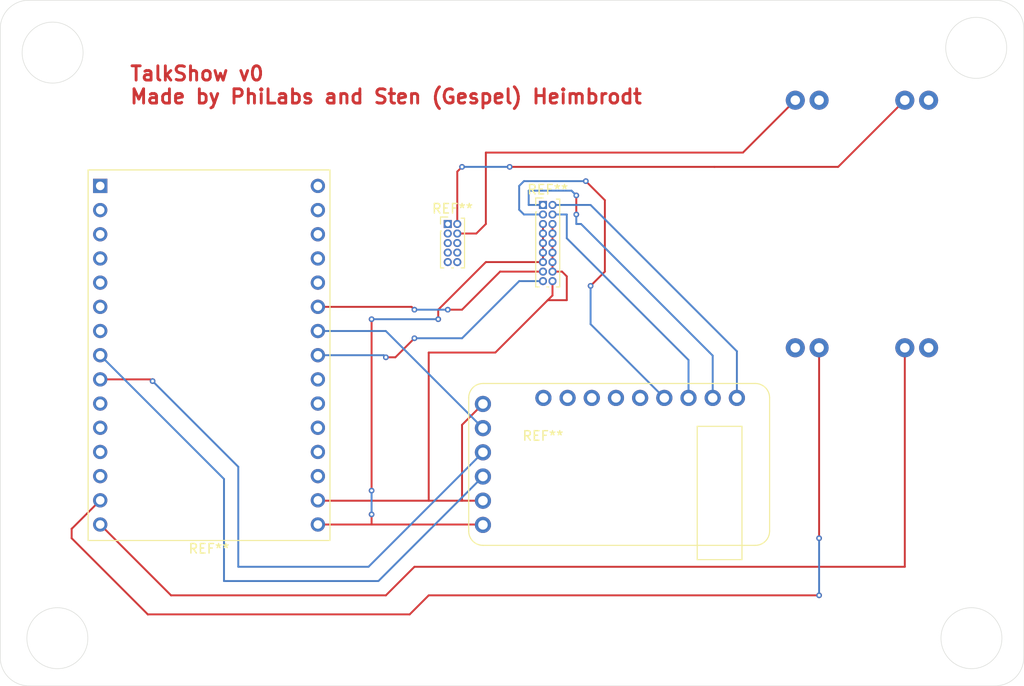
<source format=kicad_pcb>
(kicad_pcb (version 20241229) (generator "pcbnew") (generator_version "9.0")
  (layers (0 "F.Cu" signal) (2 "B.Cu" signal) (13 "F.Paste" user) (15 "B.Paste" user) (5 "F.SilkS" user "F.Silkscreen") (7 "B.SilkS" user "B.Silkscreen") (1 "F.Mask" user) (3 "B.Mask" user) (25 "Edge.Cuts" user))
  (net 0 "")
  (footprint "Connector_PinHeader_1.00mm:PinHeader_2x05_P1.00mm_Vertical" (layer "F.Cu") (at 131 74)
    (property "Reference" "REF**" (at 0.5 -1.61 0) (layer "F.SilkS"))
    (property "Value" "PinHeader_2x05_P1.00mm_Vertical")
    (fp_line (start -0.76 -0.735) (end 0 -0.735) (stroke (width 0.12)) (layer "F.SilkS"))
    (fp_line (start -0.76 0) (end -0.76 -0.735) (stroke (width 0.12)) (layer "F.SilkS"))
    (fp_line (start -0.76 0.735) (end -0.76 4.61) (stroke (width 0.12)) (layer "F.SilkS"))
    (fp_line (start -0.76 0.735) (end -0.685565 0.735) (stroke (width 0.12)) (layer "F.SilkS"))
    (fp_line (start -0.76 4.61) (end -0.41003 4.61) (stroke (width 0.12)) (layer "F.SilkS"))
    (fp_line (start 0.41003 4.61) (end 0.58997 4.61) (stroke (width 0.12)) (layer "F.SilkS"))
    (fp_line (start 1.41003 -0.61) (end 1.76 -0.61) (stroke (width 0.12)) (layer "F.SilkS"))
    (fp_line (start 1.41003 4.61) (end 1.76 4.61) (stroke (width 0.12)) (layer "F.SilkS"))
    (fp_line (start 1.76 -0.61) (end 1.76 4.61) (stroke (width 0.12)) (layer "F.SilkS"))
    (pad "1" thru_hole rect (at 0 0) (size 0.85 0.85) (drill 0.5) (layers "*.Cu" "*.Mask"))
    (pad "2" thru_hole circle (at 1 0) (size 0.85 0.85) (drill 0.5) (layers "*.Cu" "*.Mask"))
    (pad "3" thru_hole circle (at 0 1) (size 0.85 0.85) (drill 0.5) (layers "*.Cu" "*.Mask"))
    (pad "4" thru_hole circle (at 1 1) (size 0.85 0.85) (drill 0.5) (layers "*.Cu" "*.Mask"))
    (pad "5" thru_hole circle (at 0 2) (size 0.85 0.85) (drill 0.5) (layers "*.Cu" "*.Mask"))
    (pad "6" thru_hole circle (at 1 2) (size 0.85 0.85) (drill 0.5) (layers "*.Cu" "*.Mask"))
    (pad "7" thru_hole circle (at 0 3) (size 0.85 0.85) (drill 0.5) (layers "*.Cu" "*.Mask"))
    (pad "8" thru_hole circle (at 1 3) (size 0.85 0.85) (drill 0.5) (layers "*.Cu" "*.Mask"))
    (pad "9" thru_hole circle (at 0 4) (size 0.85 0.85) (drill 0.5) (layers "*.Cu" "*.Mask"))
    (pad "10" thru_hole circle (at 1 4) (size 0.85 0.85) (drill 0.5) (layers "*.Cu" "*.Mask"))
  )
  (footprint "Connector_PinHeader_1.00mm:PinHeader_2x09_P1.00mm_Vertical" (layer "F.Cu") (at 141 72)
    (property "Reference" "REF**" (at 0.5 -1.61 0) (layer "F.SilkS"))
    (property "Value" "PinHeader_2x09_P1.00mm_Vertical")
    (fp_line (start -0.76 -0.735) (end 0 -0.735) (stroke (width 0.12)) (layer "F.SilkS"))
    (fp_line (start -0.76 0) (end -0.76 -0.735) (stroke (width 0.12)) (layer "F.SilkS"))
    (fp_line (start -0.76 0.735) (end -0.76 8.61) (stroke (width 0.12)) (layer "F.SilkS"))
    (fp_line (start -0.76 0.735) (end -0.685565 0.735) (stroke (width 0.12)) (layer "F.SilkS"))
    (fp_line (start -0.76 8.61) (end -0.41003 8.61) (stroke (width 0.12)) (layer "F.SilkS"))
    (fp_line (start 0.41003 8.61) (end 0.58997 8.61) (stroke (width 0.12)) (layer "F.SilkS"))
    (fp_line (start 1.41003 -0.61) (end 1.76 -0.61) (stroke (width 0.12)) (layer "F.SilkS"))
    (fp_line (start 1.41003 8.61) (end 1.76 8.61) (stroke (width 0.12)) (layer "F.SilkS"))
    (fp_line (start 1.76 -0.61) (end 1.76 8.61) (stroke (width 0.12)) (layer "F.SilkS"))
    (pad "1" thru_hole rect (at 0 0) (size 0.85 0.85) (drill 0.5) (layers "*.Cu" "*.Mask"))
    (pad "2" thru_hole circle (at 1 0) (size 0.85 0.85) (drill 0.5) (layers "*.Cu" "*.Mask"))
    (pad "3" thru_hole circle (at 0 1) (size 0.85 0.85) (drill 0.5) (layers "*.Cu" "*.Mask"))
    (pad "4" thru_hole circle (at 1 1) (size 0.85 0.85) (drill 0.5) (layers "*.Cu" "*.Mask"))
    (pad "5" thru_hole circle (at 0 2) (size 0.85 0.85) (drill 0.5) (layers "*.Cu" "*.Mask"))
    (pad "6" thru_hole circle (at 1 2) (size 0.85 0.85) (drill 0.5) (layers "*.Cu" "*.Mask"))
    (pad "7" thru_hole circle (at 0 3) (size 0.85 0.85) (drill 0.5) (layers "*.Cu" "*.Mask"))
    (pad "8" thru_hole circle (at 1 3) (size 0.85 0.85) (drill 0.5) (layers "*.Cu" "*.Mask"))
    (pad "9" thru_hole circle (at 0 4) (size 0.85 0.85) (drill 0.5) (layers "*.Cu" "*.Mask"))
    (pad "10" thru_hole circle (at 1 4) (size 0.85 0.85) (drill 0.5) (layers "*.Cu" "*.Mask"))
    (pad "11" thru_hole circle (at 0 5) (size 0.85 0.85) (drill 0.5) (layers "*.Cu" "*.Mask"))
    (pad "12" thru_hole circle (at 1 5) (size 0.85 0.85) (drill 0.5) (layers "*.Cu" "*.Mask"))
    (pad "13" thru_hole circle (at 0 6) (size 0.85 0.85) (drill 0.5) (layers "*.Cu" "*.Mask"))
    (pad "14" thru_hole circle (at 1 6) (size 0.85 0.85) (drill 0.5) (layers "*.Cu" "*.Mask"))
    (pad "15" thru_hole circle (at 0 7) (size 0.85 0.85) (drill 0.5) (layers "*.Cu" "*.Mask"))
    (pad "16" thru_hole circle (at 1 7) (size 0.85 0.85) (drill 0.5) (layers "*.Cu" "*.Mask"))
    (pad "17" thru_hole circle (at 0 8) (size 0.85 0.85) (drill 0.5) (layers "*.Cu" "*.Mask"))
    (pad "18" thru_hole circle (at 1 8) (size 0.85 0.85) (drill 0.5) (layers "*.Cu" "*.Mask"))
  )
  (footprint "RF_Module:ESP32-C3-DevKitM-1" (layer "F.Cu") (at 94.5 70)
    (property "Reference" "REF**" (at 11.43 38.1 0) (layer "F.SilkS"))
    (property "Value" "ESP32-C3-DevKitM-1")
    (fp_line (start -1.27 -1.68) (end 24.13 -1.68) (stroke (width 0.12)) (layer "F.SilkS"))
    (fp_line (start -1.27 37.24) (end -1.27 -1.68) (stroke (width 0.12)) (layer "F.SilkS"))
    (fp_line (start 24.13 -1.68) (end 24.13 37.24) (stroke (width 0.12)) (layer "F.SilkS"))
    (fp_line (start 24.13 37.24) (end -1.27 37.24) (stroke (width 0.12)) (layer "F.SilkS"))
    (pad "1" thru_hole rect (at 0 0) (size 1.5 1.5) (drill 0.9) (layers "*.Cu" "*.Mask"))
    (pad "2" thru_hole circle (at 0 2.54) (size 1.5 1.5) (drill 0.9) (layers "*.Cu" "*.Mask"))
    (pad "3" thru_hole circle (at 0 5.08) (size 1.5 1.5) (drill 0.9) (layers "*.Cu" "*.Mask"))
    (pad "4" thru_hole circle (at 0 7.62) (size 1.5 1.5) (drill 0.9) (layers "*.Cu" "*.Mask"))
    (pad "5" thru_hole circle (at 0 10.16) (size 1.5 1.5) (drill 0.9) (layers "*.Cu" "*.Mask"))
    (pad "6" thru_hole circle (at 0 12.7) (size 1.5 1.5) (drill 0.9) (layers "*.Cu" "*.Mask"))
    (pad "7" thru_hole circle (at 0 15.24) (size 1.5 1.5) (drill 0.9) (layers "*.Cu" "*.Mask"))
    (pad "8" thru_hole circle (at 0 17.78) (size 1.5 1.5) (drill 0.9) (layers "*.Cu" "*.Mask"))
    (pad "9" thru_hole circle (at 0 20.32) (size 1.5 1.5) (drill 0.9) (layers "*.Cu" "*.Mask"))
    (pad "10" thru_hole circle (at 0 22.86) (size 1.5 1.5) (drill 0.9) (layers "*.Cu" "*.Mask"))
    (pad "11" thru_hole circle (at 0 25.4) (size 1.5 1.5) (drill 0.9) (layers "*.Cu" "*.Mask"))
    (pad "12" thru_hole circle (at 0 27.94) (size 1.5 1.5) (drill 0.9) (layers "*.Cu" "*.Mask"))
    (pad "13" thru_hole circle (at 0 30.48) (size 1.5 1.5) (drill 0.9) (layers "*.Cu" "*.Mask"))
    (pad "14" thru_hole circle (at 0 33.02) (size 1.5 1.5) (drill 0.9) (layers "*.Cu" "*.Mask"))
    (pad "15" thru_hole circle (at 0 35.56) (size 1.5 1.5) (drill 0.9) (layers "*.Cu" "*.Mask"))
    (pad "16" thru_hole circle (at 22.86 35.56) (size 1.5 1.5) (drill 0.9) (layers "*.Cu" "*.Mask"))
    (pad "17" thru_hole circle (at 22.86 33.02) (size 1.5 1.5) (drill 0.9) (layers "*.Cu" "*.Mask"))
    (pad "18" thru_hole circle (at 22.86 30.48) (size 1.5 1.5) (drill 0.9) (layers "*.Cu" "*.Mask"))
    (pad "19" thru_hole circle (at 22.86 27.94) (size 1.5 1.5) (drill 0.9) (layers "*.Cu" "*.Mask"))
    (pad "20" thru_hole circle (at 22.86 25.4) (size 1.5 1.5) (drill 0.9) (layers "*.Cu" "*.Mask"))
    (pad "21" thru_hole circle (at 22.86 22.86) (size 1.5 1.5) (drill 0.9) (layers "*.Cu" "*.Mask"))
    (pad "22" thru_hole circle (at 22.86 20.32) (size 1.5 1.5) (drill 0.9) (layers "*.Cu" "*.Mask"))
    (pad "23" thru_hole circle (at 22.86 17.78) (size 1.5 1.5) (drill 0.9) (layers "*.Cu" "*.Mask"))
    (pad "24" thru_hole circle (at 22.86 15.24) (size 1.5 1.5) (drill 0.9) (layers "*.Cu" "*.Mask"))
    (pad "25" thru_hole circle (at 22.86 12.7) (size 1.5 1.5) (drill 0.9) (layers "*.Cu" "*.Mask"))
    (pad "26" thru_hole circle (at 22.86 10.16) (size 1.5 1.5) (drill 0.9) (layers "*.Cu" "*.Mask"))
    (pad "27" thru_hole circle (at 22.86 7.62) (size 1.5 1.5) (drill 0.9) (layers "*.Cu" "*.Mask"))
    (pad "28" thru_hole circle (at 22.86 5.08) (size 1.5 1.5) (drill 0.9) (layers "*.Cu" "*.Mask"))
    (pad "29" thru_hole circle (at 22.86 2.54) (size 1.5 1.5) (drill 0.9) (layers "*.Cu" "*.Mask"))
    (pad "30" thru_hole circle (at 22.86 0) (size 1.5 1.5) (drill 0.9) (layers "*.Cu" "*.Mask"))
  )
  (footprint "zynthian-miniature-main:GY-PCM5102" (layer "F.Cu") (at 149 99.25)
    (property "Reference" "REF**" (at -8 -3 0) (layer "F.SilkS"))
    (property "Value" "GY-PCM5102")
    (fp_line (start -15.8 -7) (end -15.8 7) (stroke (width 0.12)) (layer "F.SilkS"))
    (fp_line (start -14.3 8.5) (end 14.3 8.5) (stroke (width 0.12)) (layer "F.SilkS"))
    (fp_line (start 8.2 -4) (end 12.9 -4) (stroke (width 0.12)) (layer "F.SilkS"))
    (fp_line (start 8.2 10) (end 8.2 -4) (stroke (width 0.12)) (layer "F.SilkS"))
    (fp_line (start 12.9 -4) (end 12.9 10) (stroke (width 0.12)) (layer "F.SilkS"))
    (fp_line (start 12.9 10) (end 8.2 10) (stroke (width 0.12)) (layer "F.SilkS"))
    (fp_line (start 14.3 -8.5) (end -14.3 -8.5) (stroke (width 0.12)) (layer "F.SilkS"))
    (fp_line (start 15.8 7) (end 15.8 -7) (stroke (width 0.12)) (layer "F.SilkS"))
    (fp_arc (start -15.8 -7) (mid -15.36066 -8.06066) (end -14.3 -8.5) (stroke (width 0.12)) (layer "F.SilkS"))
    (fp_arc (start -14.3 8.5) (mid -15.36066 8.06066) (end -15.8 7) (stroke (width 0.12)) (layer "F.SilkS"))
    (fp_arc (start 14.3 -8.5) (mid 15.36066 -8.06066) (end 15.8 -7) (stroke (width 0.12)) (layer "F.SilkS"))
    (fp_arc (start 15.8 7) (mid 15.36066 8.06066) (end 14.3 8.5) (stroke (width 0.12)) (layer "F.SilkS"))
    (pad "1" thru_hole circle (at -14.305 -6.35) (size 1.7 1.7) (drill 1) (layers "*.Cu" "*.Mask"))
    (pad "2" thru_hole circle (at -14.305 -3.81) (size 1.7 1.7) (drill 1) (layers "*.Cu" "*.Mask"))
    (pad "3" thru_hole circle (at -14.305 -1.27) (size 1.7 1.7) (drill 1) (layers "*.Cu" "*.Mask"))
    (pad "4" thru_hole circle (at -14.305 1.27) (size 1.7 1.7) (drill 1) (layers "*.Cu" "*.Mask"))
    (pad "5" thru_hole circle (at -14.305 3.81) (size 1.7 1.7) (drill 1) (layers "*.Cu" "*.Mask"))
    (pad "6" thru_hole circle (at -14.305 6.35) (size 1.7 1.7) (drill 1) (layers "*.Cu" "*.Mask"))
    (pad "7" thru_hole circle (at 12.365 -6.985) (size 1.7 1.7) (drill 1) (layers "*.Cu" "*.Mask"))
    (pad "8" thru_hole circle (at 9.825 -6.985) (size 1.7 1.7) (drill 1) (layers "*.Cu" "*.Mask"))
    (pad "9" thru_hole circle (at 7.285 -6.985) (size 1.7 1.7) (drill 1) (layers "*.Cu" "*.Mask"))
    (pad "10" thru_hole circle (at 4.745 -6.985) (size 1.7 1.7) (drill 1) (layers "*.Cu" "*.Mask"))
    (pad "11" thru_hole circle (at 2.205 -6.985) (size 1.7 1.7) (drill 1) (layers "*.Cu" "*.Mask"))
    (pad "12" thru_hole circle (at -0.335 -6.985) (size 1.7 1.7) (drill 1) (layers "*.Cu" "*.Mask"))
    (pad "13" thru_hole circle (at -2.875 -6.985) (size 1.7 1.7) (drill 1) (layers "*.Cu" "*.Mask"))
    (pad "14" thru_hole circle (at -5.415 -6.985) (size 1.7 1.7) (drill 1) (layers "*.Cu" "*.Mask"))
    (pad "15" thru_hole circle (at -7.955 -6.985) (size 1.7 1.7) (drill 1) (layers "*.Cu" "*.Mask"))
  )
  (footprint "stenscustom:stepdown" (layer "F.Cu") (at 177 67)
    (property "Reference" "REF**" (hide yes))
    (property "Value" "stepdown" (hide yes))
    (pad "1" thru_hole circle (at -9.5 -6) (size 2 2) (drill 1) (layers "*.Cu" "*.Mask"))
    (pad "1" thru_hole circle (at -9.5 20) (size 2 2) (drill 1) (layers "*.Cu" "*.Mask"))
    (pad "1" thru_hole circle (at -7 -6) (size 2 2) (drill 1) (layers "*.Cu" "*.Mask"))
    (pad "1" thru_hole circle (at -7 20) (size 2 2) (drill 1) (layers "*.Cu" "*.Mask"))
    (pad "1" thru_hole circle (at 2 -6) (size 2 2) (drill 1) (layers "*.Cu" "*.Mask"))
    (pad "1" thru_hole circle (at 2 20) (size 2 2) (drill 1) (layers "*.Cu" "*.Mask"))
    (pad "1" thru_hole circle (at 4.5 -6) (size 2 2) (drill 1) (layers "*.Cu" "*.Mask"))
    (pad "1" thru_hole circle (at 4.5 20) (size 2 2) (drill 1) (layers "*.Cu" "*.Mask"))
  )
  (gr_line (start 188.5 122.5) (end 87 122.5) (stroke (width 0.05)) (layer "Edge.Cuts"))
  (gr_circle (center 90 117.5) (end 92.5 119.5) (stroke (width 0.05)) (fill no) (layer "Edge.Cuts"))
  (gr_circle (center 186 117.5) (end 188.5 119.5) (stroke (width 0.05)) (fill no) (layer "Edge.Cuts"))
  (gr_line (start 87 50.5) (end 188.5 50.5) (stroke (width 0.05)) (layer "Edge.Cuts"))
  (gr_arc (start 191.5 119.5) (mid 190.62132 121.62132) (end 188.5 122.5) (stroke (width 0.05)) (layer "Edge.Cuts"))
  (gr_arc (start 84 53.5) (mid 84.87868 51.37868) (end 87 50.5) (stroke (width 0.05)) (layer "Edge.Cuts"))
  (gr_circle (center 89.5 56) (end 92 58) (stroke (width 0.05)) (fill no) (layer "Edge.Cuts"))
  (gr_circle (center 186.5 55.5) (end 189 57.5) (stroke (width 0.05)) (fill no) (layer "Edge.Cuts"))
  (gr_arc (start 87 122.5) (mid 84.87868 121.62132) (end 84 119.5) (stroke (width 0.05)) (layer "Edge.Cuts"))
  (gr_line (start 84 119.5) (end 84 53.5) (stroke (width 0.05)) (layer "Edge.Cuts"))
  (gr_line (start 191.5 53.5) (end 191.5 119.5) (stroke (width 0.05)) (layer "Edge.Cuts"))
  (gr_arc (start 188.5 50.5) (mid 190.62132 51.37868) (end 191.5 53.5) (stroke (width 0.05)) (layer "Edge.Cuts"))
  (gr_text "TalkShow v0\nMade by PhiLabs and Sten (Gespel) Heimbrodt" (at 97.5 61.5 0) (layer "F.Cu") (effects (font (size 1.5 1.5) (thickness 0.3) (bold yes)) (justify left bottom)))
  (segment (start 91.5 106) (end 91.52 106) (width 0.2) (layer "F.Cu") (net 0))
  (segment (start 125.5 88) (end 127.5 86) (width 0.2) (layer "F.Cu") (net 0))
  (segment (start 129 113) (end 127 115) (width 0.2) (layer "F.Cu") (net 0))
  (segment (start 127 115) (end 99.5 115) (width 0.2) (layer "F.Cu") (net 0))
  (segment (start 134.655 105.56) (end 134.695 105.6) (width 0.2) (layer "F.Cu") (net 0))
  (segment (start 127.2 82.7) (end 127.5 83) (width 0.2) (layer "F.Cu") (net 0))
  (segment (start 131 83) (end 132.5 83) (width 0.2) (layer "F.Cu") (net 0))
  (segment (start 142 79) (end 143 79) (width 0.2) (layer "F.Cu") (net 0))
  (segment (start 142 74) (end 142 79) (width 0.2) (layer "F.Cu") (net 0))
  (segment (start 129 87.5) (end 129 103.06) (width 0.2) (layer "F.Cu") (net 0))
  (segment (start 147.5 71.5) (end 145.5 69.5) (width 0.2) (layer "F.Cu") (net 0))
  (segment (start 123 84) (end 123 102) (width 0.2) (layer "F.Cu") (net 0))
  (segment (start 91.5 107) (end 91.5 106) (width 0.2) (layer "F.Cu") (net 0))
  (segment (start 143 79) (end 143.5 79.5) (width 0.2) (layer "F.Cu") (net 0))
  (segment (start 132.5 95.095) (end 134.695 92.9) (width 0.2) (layer "F.Cu") (net 0))
  (segment (start 99.5 115) (end 99.48 115) (width 0.2) (layer "F.Cu") (net 0))
  (segment (start 123 105.56) (end 134.655 105.56) (width 0.2) (layer "F.Cu") (net 0))
  (segment (start 172 68) (end 159 68) (width 0.2) (layer "F.Cu") (net 0))
  (segment (start 143.5 82) (end 141.5 82) (width 0.2) (layer "F.Cu") (net 0))
  (segment (start 135 66.5) (end 135 74) (width 0.2) (layer "F.Cu") (net 0))
  (segment (start 132.5 103.06) (end 129 103.06) (width 0.2) (layer "F.Cu") (net 0))
  (segment (start 123 104.5) (end 123 105.56) (width 0.2) (layer "F.Cu") (net 0))
  (segment (start 179 61) (end 172 68) (width 0.2) (layer "F.Cu") (net 0))
  (segment (start 146 80.5) (end 147.5 79) (width 0.2) (layer "F.Cu") (net 0))
  (segment (start 91.52 106) (end 94.5 103.02) (width 0.2) (layer "F.Cu") (net 0))
  (segment (start 94.5 90.32) (end 99.82 90.32) (width 0.2) (layer "F.Cu") (net 0))
  (segment (start 124.5 113) (end 101.94 113) (width 0.2) (layer "F.Cu") (net 0))
  (segment (start 162 66.5) (end 135 66.5) (width 0.2) (layer "F.Cu") (net 0))
  (segment (start 129 103.06) (end 117.4 103.06) (width 0.2) (layer "F.Cu") (net 0))
  (segment (start 170 87) (end 170 107) (width 0.2) (layer "F.Cu") (net 0))
  (segment (start 141.5 82) (end 142 81.5) (width 0.2) (layer "F.Cu") (net 0))
  (segment (start 167.5 61) (end 162 66.5) (width 0.2) (layer "F.Cu") (net 0))
  (segment (start 132.5 103.06) (end 132.5 95.095) (width 0.2) (layer "F.Cu") (net 0))
  (segment (start 134.695 103.06) (end 132.5 103.06) (width 0.2) (layer "F.Cu") (net 0))
  (segment (start 117.36 105.56) (end 123 105.56) (width 0.2) (layer "F.Cu") (net 0))
  (segment (start 136 87.5) (end 141.5 82) (width 0.2) (layer "F.Cu") (net 0))
  (segment (start 132.5 68) (end 132 68.5) (width 0.2) (layer "F.Cu") (net 0))
  (segment (start 99.5 115) (end 91.5 107) (width 0.2) (layer "F.Cu") (net 0))
  (segment (start 147.5 79) (end 147.5 71.5) (width 0.2) (layer "F.Cu") (net 0))
  (segment (start 130 83) (end 130 84) (width 0.2) (layer "F.Cu") (net 0))
  (segment (start 99.82 90.32) (end 100 90.5) (width 0.2) (layer "F.Cu") (net 0))
  (segment (start 124.5 88) (end 125.5 88) (width 0.2) (layer "F.Cu") (net 0))
  (segment (start 170 113) (end 129 113) (width 0.2) (layer "F.Cu") (net 0))
  (segment (start 132 68.5) (end 132 74) (width 0.2) (layer "F.Cu") (net 0))
  (segment (start 179 110) (end 127.5 110) (width 0.2) (layer "F.Cu") (net 0))
  (segment (start 134 75) (end 132 75) (width 0.2) (layer "F.Cu") (net 0))
  (segment (start 141 78) (end 135 78) (width 0.2) (layer "F.Cu") (net 0))
  (segment (start 143.5 79.5) (end 143.5 82) (width 0.2) (layer "F.Cu") (net 0))
  (segment (start 127.5 110) (end 124.5 113) (width 0.2) (layer "F.Cu") (net 0))
  (segment (start 159 68) (end 137.5 68) (width 0.2) (layer "F.Cu") (net 0))
  (segment (start 117.36 82.7) (end 127.2 82.7) (width 0.2) (layer "F.Cu") (net 0))
  (segment (start 141 74) (end 141 78) (width 0.2) (layer "F.Cu") (net 0))
  (segment (start 135 74) (end 134 75) (width 0.2) (layer "F.Cu") (net 0))
  (segment (start 144.5 73) (end 144.5 71) (width 0.2) (layer "F.Cu") (net 0))
  (segment (start 132.5 83) (end 136.5 79) (width 0.2) (layer "F.Cu") (net 0))
  (segment (start 142 81.5) (end 142 80) (width 0.2) (layer "F.Cu") (net 0))
  (segment (start 129 87.5) (end 136 87.5) (width 0.2) (layer "F.Cu") (net 0))
  (segment (start 136.5 79) (end 141 79) (width 0.2) (layer "F.Cu") (net 0))
  (segment (start 135 78) (end 130 83) (width 0.2) (layer "F.Cu") (net 0))
  (segment (start 179 87) (end 179 110) (width 0.2) (layer "F.Cu") (net 0))
  (segment (start 117.4 103.06) (end 117.36 103.02) (width 0.2) (layer "F.Cu") (net 0))
  (segment (start 101.94 113) (end 94.5 105.56) (width 0.2) (layer "F.Cu") (net 0))
  (via (at 131 83) (size 0.6) (drill 0.3) (layers "F.Cu" "B.Cu") (net 0))
  (via (at 130 84) (size 0.6) (drill 0.3) (layers "F.Cu" "B.Cu") (net 0))
  (via (at 137.5 68) (size 0.6) (drill 0.3) (layers "F.Cu" "B.Cu") (net 0))
  (via (at 144.5 73) (size 0.6) (drill 0.3) (layers "F.Cu" "B.Cu") (net 0))
  (via (at 145.5 69.5) (size 0.6) (drill 0.3) (layers "F.Cu" "B.Cu") (net 0))
  (via (at 124.5 88) (size 0.6) (drill 0.3) (layers "F.Cu" "B.Cu") (net 0))
  (via (at 170 113) (size 0.6) (drill 0.3) (layers "F.Cu" "B.Cu") (net 0))
  (via (at 123 102) (size 0.6) (drill 0.3) (layers "F.Cu" "B.Cu") (net 0))
  (via (at 132.5 68) (size 0.6) (drill 0.3) (layers "F.Cu" "B.Cu") (net 0))
  (via (at 170 107) (size 0.6) (drill 0.3) (layers "F.Cu" "B.Cu") (net 0))
  (via (at 100 90.5) (size 0.6) (drill 0.3) (layers "F.Cu" "B.Cu") (net 0))
  (via (at 127.5 83) (size 0.6) (drill 0.3) (layers "F.Cu" "B.Cu") (net 0))
  (via (at 123 84) (size 0.6) (drill 0.3) (layers "F.Cu" "B.Cu") (net 0))
  (via (at 123 104.5) (size 0.6) (drill 0.3) (layers "F.Cu" "B.Cu") (net 0))
  (via (at 146 80.5) (size 0.6) (drill 0.3) (layers "F.Cu" "B.Cu") (net 0))
  (via (at 144.5 71) (size 0.6) (drill 0.3) (layers "F.Cu" "B.Cu") (net 0))
  (via (at 127.5 86) (size 0.6) (drill 0.3) (layers "F.Cu" "B.Cu") (net 0))
  (segment (start 117.36 87.78) (end 124.28 87.78) (width 0.2) (layer "B.Cu") (net 0))
  (segment (start 138.5 72.5) (end 139 73) (width 0.2) (layer "B.Cu") (net 0))
  (segment (start 144 70.5) (end 139.5 70.5) (width 0.2) (layer "B.Cu") (net 0))
  (segment (start 144.5 74) (end 144.5 73) (width 0.2) (layer "B.Cu") (net 0))
  (segment (start 170 107) (end 170 113) (width 0.2) (layer "B.Cu") (net 0))
  (segment (start 146 84.52) (end 146 80.5) (width 0.2) (layer "B.Cu") (net 0))
  (segment (start 139.5 72) (end 141 72) (width 0.2) (layer "B.Cu") (net 0))
  (segment (start 153.745 92.265) (end 146 84.52) (width 0.2) (layer "B.Cu") (net 0))
  (segment (start 143.5 73) (end 142 73) (width 0.2) (layer "B.Cu") (net 0))
  (segment (start 145 74) (end 144.5 74) (width 0.2) (layer "B.Cu") (net 0))
  (segment (start 109 99.5) (end 100 90.5) (width 0.2) (layer "B.Cu") (net 0))
  (segment (start 158.825 92.265) (end 158.825 87.825) (width 0.2) (layer "B.Cu") (net 0))
  (segment (start 156.285 88.285) (end 143.5 75.5) (width 0.2) (layer "B.Cu") (net 0))
  (segment (start 122.675 110) (end 109 110) (width 0.2) (layer "B.Cu") (net 0))
  (segment (start 107.5 100.78) (end 94.5 87.78) (width 0.2) (layer "B.Cu") (net 0))
  (segment (start 138.5 70) (end 138.5 72.5) (width 0.2) (layer "B.Cu") (net 0))
  (segment (start 138.5 80) (end 141 80) (width 0.2) (layer "B.Cu") (net 0))
  (segment (start 156.285 92.265) (end 156.285 88.285) (width 0.2) (layer "B.Cu") (net 0))
  (segment (start 139 73) (end 141 73) (width 0.2) (layer "B.Cu") (net 0))
  (segment (start 123 102) (end 123 104.5) (width 0.2) (layer "B.Cu") (net 0))
  (segment (start 134.695 97.98) (end 122.675 110) (width 0.2) (layer "B.Cu") (net 0))
  (segment (start 127.5 86) (end 132.5 86) (width 0.2) (layer "B.Cu") (net 0))
  (segment (start 145.5 69.5) (end 139 69.5) (width 0.2) (layer "B.Cu") (net 0))
  (segment (start 127.5 83) (end 131 83) (width 0.2) (layer "B.Cu") (net 0))
  (segment (start 143.5 75.5) (end 143.5 73) (width 0.2) (layer "B.Cu") (net 0))
  (segment (start 137.5 68) (end 132.5 68) (width 0.2) (layer "B.Cu") (net 0))
  (segment (start 139.5 70.5) (end 139.5 72) (width 0.2) (layer "B.Cu") (net 0))
  (segment (start 117.36 85.24) (end 124.495 85.24) (width 0.2) (layer "B.Cu") (net 0))
  (segment (start 134.695 100.52) (end 123.715 111.5) (width 0.2) (layer "B.Cu") (net 0))
  (segment (start 124.495 85.24) (end 134.695 95.44) (width 0.2) (layer "B.Cu") (net 0))
  (segment (start 161.365 92.265) (end 161.365 87.365) (width 0.2) (layer "B.Cu") (net 0))
  (segment (start 132.5 86) (end 138.5 80) (width 0.2) (layer "B.Cu") (net 0))
  (segment (start 130 84) (end 123 84) (width 0.2) (layer "B.Cu") (net 0))
  (segment (start 146 72) (end 142 72) (width 0.2) (layer "B.Cu") (net 0))
  (segment (start 107.5 111.5) (end 107.5 100.78) (width 0.2) (layer "B.Cu") (net 0))
  (segment (start 144.5 71) (end 144 70.5) (width 0.2) (layer "B.Cu") (net 0))
  (segment (start 123.715 111.5) (end 107.5 111.5) (width 0.2) (layer "B.Cu") (net 0))
  (segment (start 109 110) (end 109 99.5) (width 0.2) (layer "B.Cu") (net 0))
  (segment (start 124.28 87.78) (end 124.5 88) (width 0.2) (layer "B.Cu") (net 0))
  (segment (start 139 69.5) (end 138.5 70) (width 0.2) (layer "B.Cu") (net 0))
  (segment (start 158.825 87.825) (end 158.5 87.5) (width 0.2) (layer "B.Cu") (net 0))
  (segment (start 158.5 87.5) (end 145 74) (width 0.2) (layer "B.Cu") (net 0))
  (segment (start 161.365 87.365) (end 146 72) (width 0.2) (layer "B.Cu") (net 0))
)
</source>
